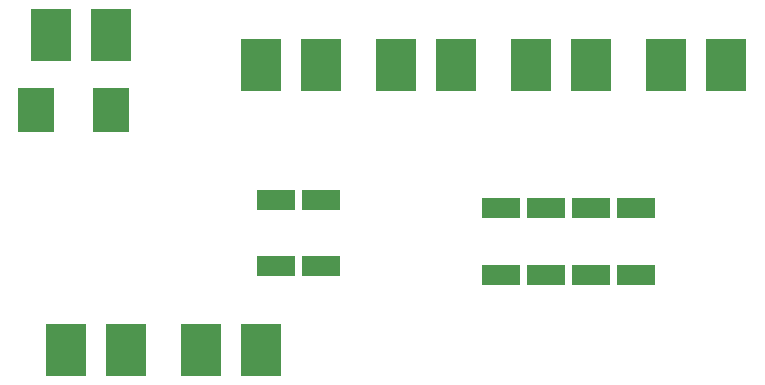
<source format=gtp>
G04 MADE WITH FRITZING*
G04 WWW.FRITZING.ORG*
G04 DOUBLE SIDED*
G04 HOLES PLATED*
G04 CONTOUR ON CENTER OF CONTOUR VECTOR*
%ASAXBY*%
%FSLAX23Y23*%
%MOIN*%
%OFA0B0*%
%SFA1.0B1.0*%
%ADD10R,0.137513X0.173810*%
%ADD11R,0.120543X0.148650*%
%ADD12R,0.125984X0.070866*%
%ADD13R,0.001000X0.001000*%
%LNPASTEMASK1*%
G90*
G70*
G54D10*
X202Y1552D03*
X402Y1552D03*
X1352Y1452D03*
X702Y502D03*
X452Y502D03*
X902Y1452D03*
X1102Y1452D03*
X902Y502D03*
X252Y502D03*
X1552Y1452D03*
X1802Y1452D03*
X2002Y1452D03*
X2252Y1452D03*
X2452Y1452D03*
G54D11*
X402Y1302D03*
X152Y1302D03*
G54D12*
X1852Y973D03*
X1852Y752D03*
X1702Y973D03*
X1702Y752D03*
X2152Y973D03*
X2152Y752D03*
X2002Y973D03*
X2002Y752D03*
X1102Y1002D03*
X1102Y782D03*
X952Y1002D03*
X952Y782D03*
G54D13*
D02*
G04 End of PasteMask1*
M02*
</source>
